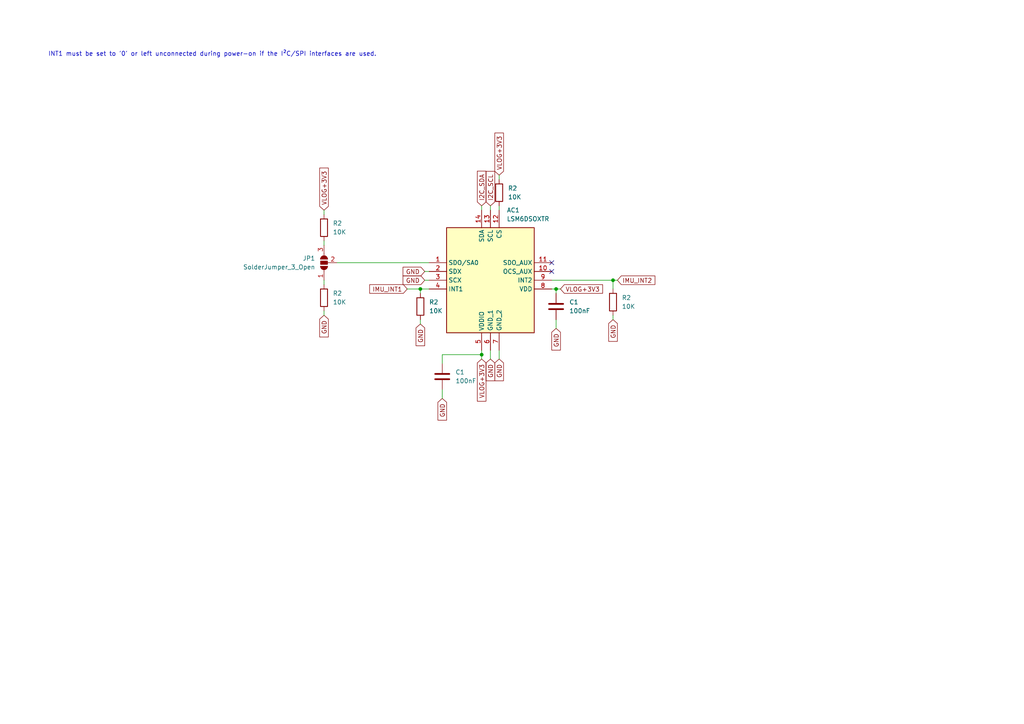
<source format=kicad_sch>
(kicad_sch (version 20230121) (generator eeschema)
  (paper "A4")
  (lib_symbols
    (symbol "Device:C" (pin_numbers hide) (pin_names (offset 0.254))
      (property "Reference" "C" (at 0.635 2.54 0))
      (property "Value" "C" (at 0.635 -2.54 0))
      (symbol "C_0_1"
        (polyline (pts (xy -2.032 -0.762) (xy 2.032 -0.762)) (stroke (width 0.508)))
        (polyline (pts (xy -2.032 0.762) (xy 2.032 0.762)) (stroke (width 0.508)))
      )
      (symbol "C_1_1"
        (pin passive line (at 0 3.81 270) (length 2.794) (name "~") (number "1"))
        (pin passive line (at 0 -3.81 90) (length 2.794) (name "~") (number "2"))
      )
    )
    (symbol "Device:R" (pin_numbers hide) (pin_names (offset 0))
      (property "Reference" "R" (at 2.032 0 90))
      (property "Value" "R" (at 0 0 90))
      (symbol "R_0_1"
        (rectangle (start -1.016 -2.54) (end 1.016 2.54) (stroke (width 0.254)))
      )
      (symbol "R_1_1"
        (pin passive line (at 0 3.81 270) (length 1.27) (name "~") (number "1"))
        (pin passive line (at 0 -3.81 90) (length 1.27) (name "~") (number "2"))
      )
    )
    (symbol "Jumper:SolderJumper_3_Open" (pin_names (offset 0) hide)
      (property "Reference" "JP" (at -2.54 -2.54 0))
      (property "Value" "SolderJumper_3_Open" (at 0 2.794 0))
      (symbol "SolderJumper_3_Open_0_1"
        (arc (start -1.016 1.016) (mid -2.0276 0) (end -1.016 -1.016))
        (arc (start -1.016 1.016) (mid -2.0276 0) (end -1.016 -1.016) (fill (type outline)))
        (rectangle (start -0.508 1.016) (end 0.508 -1.016) (fill (type outline)))
        (polyline (pts (xy -2.54 0) (xy -2.032 0)))
        (polyline (pts (xy -1.016 1.016) (xy -1.016 -1.016)))
        (polyline (pts (xy 0 -1.27) (xy 0 -1.016)))
        (polyline (pts (xy 1.016 1.016) (xy 1.016 -1.016)))
        (polyline (pts (xy 2.54 0) (xy 2.032 0)))
        (arc (start 1.016 -1.016) (mid 2.0276 0) (end 1.016 1.016))
        (arc (start 1.016 -1.016) (mid 2.0276 0) (end 1.016 1.016) (fill (type outline)))
      )
      (symbol "SolderJumper_3_Open_1_1"
        (pin passive line (at -5.08 0 0) (length 2.54) (name "A") (number "1"))
        (pin passive line (at 0 -3.81 90) (length 2.54) (name "C") (number "2"))
        (pin passive line (at 5.08 0 180) (length 2.54) (name "B") (number "3"))
      )
    )
    (symbol "LSM6DSOXTR:LSM6DSOXTR"
      (property "Reference" "AC" (at 31.75 15.24 0))
      (property "Value" "LSM6DSOXTR" (at 31.75 12.7 0))
      (symbol "LSM6DSOXTR_1_1"
        (rectangle (start 5.08 10.16) (end 30.48 -20.32) (stroke (width 0.254)) (fill (type background)))
        (pin passive line (at 0 0 0) (length 5.08) (name "SDO/SA0") (number "1"))
        (pin passive line (at 35.56 -2.54 180) (length 5.08) (name "OCS_AUX") (number "10"))
        (pin passive line (at 35.56 0 180) (length 5.08) (name "SDO_AUX") (number "11"))
        (pin passive line (at 20.32 15.24 270) (length 5.08) (name "CS") (number "12"))
        (pin passive line (at 17.78 15.24 270) (length 5.08) (name "SCL") (number "13"))
        (pin passive line (at 15.24 15.24 270) (length 5.08) (name "SDA") (number "14"))
        (pin passive line (at 0 -2.54 0) (length 5.08) (name "SDX") (number "2"))
        (pin passive line (at 0 -5.08 0) (length 5.08) (name "SCX") (number "3"))
        (pin passive line (at 0 -7.62 0) (length 5.08) (name "INT1") (number "4"))
        (pin passive line (at 15.24 -25.4 90) (length 5.08) (name "VDDIO") (number "5"))
        (pin passive line (at 17.78 -25.4 90) (length 5.08) (name "GND_1") (number "6"))
        (pin passive line (at 20.32 -25.4 90) (length 5.08) (name "GND_2") (number "7"))
        (pin passive line (at 35.56 -7.62 180) (length 5.08) (name "VDD") (number "8"))
        (pin passive line (at 35.56 -5.08 180) (length 5.08) (name "INT2") (number "9"))
      )
    )
  )
  (junction (at 139.7 102.87))
  (junction (at 161.29 83.82))
  (junction (at 177.8 81.28))
  (junction (at 121.92 83.82))
  (no_connect (at 160.02 76.2))
  (no_connect (at 160.02 78.74))
  (wire (pts (xy 177.8 92.71) (xy 177.8 91.44)))
  (wire (pts (xy 161.29 92.71) (xy 161.29 95.25)))
  (wire (pts (xy 121.92 93.98) (xy 121.92 92.71)))
  (wire (pts (xy 139.7 102.87) (xy 128.27 102.87)))
  (wire (pts (xy 123.19 78.74) (xy 124.46 78.74)))
  (wire (pts (xy 93.98 69.85) (xy 93.98 71.12)))
  (wire (pts (xy 144.78 104.14) (xy 144.78 101.6)))
  (wire (pts (xy 93.98 91.44) (xy 93.98 90.17)))
  (wire (pts (xy 160.02 83.82) (xy 161.29 83.82)))
  (wire (pts (xy 121.92 83.82) (xy 124.46 83.82)))
  (wire (pts (xy 142.24 59.69) (xy 142.24 60.96)))
  (wire (pts (xy 97.79 76.2) (xy 124.46 76.2)))
  (wire (pts (xy 177.8 81.28) (xy 177.8 83.82)))
  (wire (pts (xy 144.78 59.69) (xy 144.78 60.96)))
  (wire (pts (xy 93.98 60.96) (xy 93.98 62.23)))
  (wire (pts (xy 123.19 81.28) (xy 124.46 81.28)))
  (wire (pts (xy 128.27 113.03) (xy 128.27 115.57)))
  (wire (pts (xy 128.27 102.87) (xy 128.27 105.41)))
  (wire (pts (xy 142.24 104.14) (xy 142.24 101.6)))
  (wire (pts (xy 118.11 83.82) (xy 121.92 83.82)))
  (wire (pts (xy 139.7 59.69) (xy 139.7 60.96)))
  (wire (pts (xy 139.7 102.87) (xy 139.7 104.14)))
  (wire (pts (xy 93.98 82.55) (xy 93.98 81.28)))
  (wire (pts (xy 161.29 83.82) (xy 162.56 83.82)))
  (wire (pts (xy 139.7 101.6) (xy 139.7 102.87)))
  (wire (pts (xy 177.8 81.28) (xy 160.02 81.28)))
  (wire (pts (xy 121.92 85.09) (xy 121.92 83.82)))
  (wire (pts (xy 161.29 83.82) (xy 161.29 85.09)))
  (wire (pts (xy 144.78 50.8) (xy 144.78 52.07)))
  (wire (pts (xy 179.07 81.28) (xy 177.8 81.28)))
  (text "INT1 must be set to '0' or left unconnected during power-on if the I²C/SPI interfaces are used." (at 13.97 16.51 0) (effects (font (size 1.27 1.27)) (justify left bottom)))
  (global_label "IMU_INT1" (shape input) (at 118.11 83.82 180) (property "Intersheetrefs" "${INTERSHEET_REFS}" (effects hide)))
  (global_label "VLOG+3V3" (shape input) (at 144.78 50.8 90) (property "Intersheetrefs" "${INTERSHEET_REFS}" (effects hide)))
  (global_label "GND" (shape input) (at 121.92 93.98 270) (property "Intersheetrefs" "${INTERSHEET_REFS}" (effects hide)))
  (global_label "IMU_INT2" (shape input) (at 179.07 81.28 0) (property "Intersheetrefs" "${INTERSHEET_REFS}" (effects hide)))
  (global_label "GND" (shape input) (at 93.98 91.44 270) (property "Intersheetrefs" "${INTERSHEET_REFS}" (effects hide)))
  (global_label "I2C_SDA" (shape input) (at 139.7 59.69 90) (property "Intersheetrefs" "${INTERSHEET_REFS}" (effects hide)))
  (global_label "GND" (shape input) (at 123.19 78.74 180) (property "Intersheetrefs" "${INTERSHEET_REFS}" (effects hide)))
  (global_label "GND" (shape input) (at 123.19 81.28 180) (property "Intersheetrefs" "${INTERSHEET_REFS}" (effects hide)))
  (global_label "GND" (shape input) (at 128.27 115.57 270) (property "Intersheetrefs" "${INTERSHEET_REFS}" (effects hide)))
  (global_label "VLOG+3V3" (shape input) (at 162.56 83.82 0) (property "Intersheetrefs" "${INTERSHEET_REFS}" (effects hide)))
  (global_label "VLOG+3V3" (shape input) (at 139.7 104.14 270) (property "Intersheetrefs" "${INTERSHEET_REFS}" (effects hide)))
  (global_label "GND" (shape input) (at 161.29 95.25 270) (property "Intersheetrefs" "${INTERSHEET_REFS}" (effects hide)))
  (global_label "I2C_SCL" (shape input) (at 142.24 59.69 90) (property "Intersheetrefs" "${INTERSHEET_REFS}" (effects hide)))
  (global_label "VLOG+3V3" (shape input) (at 93.98 60.96 90) (property "Intersheetrefs" "${INTERSHEET_REFS}" (effects hide)))
  (global_label "GND" (shape input) (at 177.8 92.71 270) (property "Intersheetrefs" "${INTERSHEET_REFS}" (effects hide)))
  (global_label "GND" (shape input) (at 142.24 104.14 270) (property "Intersheetrefs" "${INTERSHEET_REFS}" (effects hide)))
  (global_label "GND" (shape input) (at 144.78 104.14 270) (property "Intersheetrefs" "${INTERSHEET_REFS}" (effects hide)))
  (symbol (lib_id "Device:C") (at 128.27 109.22 0) (unit 1)
    (property "Reference" "C1" (at 132.08 107.9499 0) (effects (justify left)))
    (property "Value" "100nF" (at 132.08 110.4899 0) (effects (justify left)))
    (property "Footprint" "Capacitor_SMD:C_0603_1608Metric" (effects hide))
    (property "Manufacturer_Name" "KYOCERA AVX" (effects hide))
    (property "Manufacturer_Part_Number" "KGM15BR71E104KT" (effects hide))
    (property "Mouser Part Number" "581-KGM15BR71E104KT" (effects hide))
    (property "Mouser Price/Stock" "https://www.mouser.de/ProductDetail/581-KGM15BR71E104KT" (effects hide))
    (property "Placed" "True" (effects hide))
    (instances (project "DynamixelAdapter" (path "" (reference "C1") (unit 1))) (project "Edurob" (path "" (reference "C10") (unit 1))))
  )
  (symbol (lib_id "Jumper:SolderJumper_3_Open") (at 93.98 76.2 90) (unit 1)
    (property "Reference" "JP1" (at 91.44 74.93 90) (effects (justify left)))
    (property "Value" "SolderJumper_3_Open" (at 91.44 77.47 90) (effects (justify left)))
    (property "Footprint" "Jumper:SolderJumper-3_P1.3mm_Open_Pad1.0x1.5mm" (effects hide))
    (property "Placed" "False" (effects hide))
  )
  (symbol (lib_id "Device:R") (at 121.92 88.9 0) (unit 1)
    (property "Reference" "R2" (at 124.46 87.6299 0) (effects (justify left)))
    (property "Value" "10K" (at 124.46 90.1699 0) (effects (justify left)))
    (property "Footprint" "Resistor_SMD:R_0603_1608Metric" (effects hide))
    (property "Manufacturer_Name" "Vishay / Dale" (effects hide))
    (property "Manufacturer_Part_Number" "CRCW060310K0FKEA" (effects hide))
    (property "Mouser Part Number" "71-CRCW0603-10K-E3" (effects hide))
    (property "Mouser Price/Stock" "https://www.mouser.de/ProductDetail/71-CRCW0603-10K-E3" (effects hide))
    (property "Placed" "True" (effects hide))
    (instances (project "ModuleController" (path "" (reference "R2") (unit 1))) (project "Edurob" (path "" (reference "R11") (unit 1))))
  )
  (symbol (lib_id "Device:R") (at 93.98 66.04 0) (unit 1)
    (property "Reference" "R2" (at 96.52 64.7699 0) (effects (justify left)))
    (property "Value" "10K" (at 96.52 67.3099 0) (effects (justify left)))
    (property "Footprint" "Resistor_SMD:R_0603_1608Metric" (effects hide))
    (property "Manufacturer_Name" "Vishay / Dale" (effects hide))
    (property "Manufacturer_Part_Number" "CRCW060310K0FKEA" (effects hide))
    (property "Mouser Part Number" "71-CRCW0603-10K-E3" (effects hide))
    (property "Mouser Price/Stock" "https://www.mouser.de/ProductDetail/71-CRCW0603-10K-E3" (effects hide))
    (property "Placed" "True" (effects hide))
    (instances (project "ModuleController" (path "" (reference "R2") (unit 1))) (project "Edurob" (path "" (reference "R6") (unit 1))))
  )
  (symbol (lib_id "LSM6DSOXTR:LSM6DSOXTR") (at 124.46 76.2 0) (unit 1)
    (property "Reference" "AC1" (at 146.9741 60.96 0) (effects (justify left)))
    (property "Value" "LSM6DSOXTR" (at 146.9741 63.5 0) (effects (justify left)))
    (property "Footprint" "Footprints:LGA-14_1" (effects hide))
    (property "Datasheet" "https://www.st.com/resource/en/datasheet/lsm6dsox.pdf" (effects hide))
    (property "Mouser Part Number" "511-LSM6DSOXTR" (effects hide))
    (property "Mouser Price/Stock" "https://www.mouser.de/ProductDetail/511-LSM6DSOXTR" (effects hide))
    (property "Manufacturer_Name" "STMicroelectronics" (effects hide))
    (property "Manufacturer_Part_Number" "LSM6DSOXTR" (effects hide))
    (property "Placed" "True" (effects hide))
  )
  (symbol (lib_id "Device:R") (at 93.98 86.36 0) (unit 1)
    (property "Reference" "R2" (at 96.52 85.0899 0) (effects (justify left)))
    (property "Value" "10K" (at 96.52 87.6299 0) (effects (justify left)))
    (property "Footprint" "Resistor_SMD:R_0603_1608Metric" (effects hide))
    (property "Manufacturer_Name" "Vishay / Dale" (effects hide))
    (property "Manufacturer_Part_Number" "CRCW060310K0FKEA" (effects hide))
    (property "Mouser Part Number" "71-CRCW0603-10K-E3" (effects hide))
    (property "Mouser Price/Stock" "https://www.mouser.de/ProductDetail/71-CRCW0603-10K-E3" (effects hide))
    (property "Placed" "True" (effects hide))
    (instances (project "ModuleController" (path "" (reference "R2") (unit 1))) (project "Edurob" (path "" (reference "R5") (unit 1))))
  )
  (symbol (lib_id "Device:R") (at 177.8 87.63 0) (unit 1)
    (property "Reference" "R2" (at 180.34 86.3599 0) (effects (justify left)))
    (property "Value" "10K" (at 180.34 88.8999 0) (effects (justify left)))
    (property "Footprint" "Resistor_SMD:R_0603_1608Metric" (effects hide))
    (property "Manufacturer_Name" "Vishay / Dale" (effects hide))
    (property "Manufacturer_Part_Number" "CRCW060310K0FKEA" (effects hide))
    (property "Mouser Part Number" "71-CRCW0603-10K-E3" (effects hide))
    (property "Mouser Price/Stock" "https://www.mouser.de/ProductDetail/71-CRCW0603-10K-E3" (effects hide))
    (property "Placed" "True" (effects hide))
    (instances (project "ModuleController" (path "" (reference "R2") (unit 1))) (project "Edurob" (path "" (reference "R33") (unit 1))))
  )
  (symbol (lib_id "Device:R") (at 144.78 55.88 0) (unit 1)
    (property "Reference" "R2" (at 147.32 54.6099 0) (effects (justify left)))
    (property "Value" "10K" (at 147.32 57.1499 0) (effects (justify left)))
    (property "Footprint" "Resistor_SMD:R_0603_1608Metric" (effects hide))
    (property "Manufacturer_Name" "Vishay / Dale" (effects hide))
    (property "Manufacturer_Part_Number" "CRCW060310K0FKEA" (effects hide))
    (property "Mouser Part Number" "71-CRCW0603-10K-E3" (effects hide))
    (property "Mouser Price/Stock" "https://www.mouser.de/ProductDetail/71-CRCW0603-10K-E3" (effects hide))
    (property "Placed" "True" (effects hide))
    (instances (project "ModuleController" (path "" (reference "R2") (unit 1))) (project "Edurob" (path "" (reference "R10") (unit 1))))
  )
  (symbol (lib_id "Device:C") (at 161.29 88.9 0) (unit 1)
    (property "Reference" "C1" (at 165.1 87.6299 0) (effects (justify left)))
    (property "Value" "100nF" (at 165.1 90.1699 0) (effects (justify left)))
    (property "Footprint" "Capacitor_SMD:C_0603_1608Metric" (effects hide))
    (property "Manufacturer_Name" "KYOCERA AVX" (effects hide))
    (property "Manufacturer_Part_Number" "KGM15BR71E104KT" (effects hide))
    (property "Mouser Part Number" "581-KGM15BR71E104KT" (effects hide))
    (property "Mouser Price/Stock" "https://www.mouser.de/ProductDetail/581-KGM15BR71E104KT" (effects hide))
    (property "Placed" "True" (effects hide))
    (instances (project "DynamixelAdapter" (path "" (reference "C1") (unit 1))) (project "Edurob" (path "" (reference "C11") (unit 1))))
  )
)
</source>
